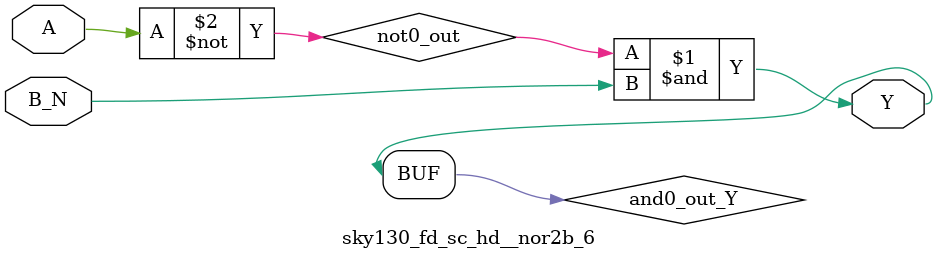
<source format=v>
module sky130_fd_sc_hd__nor2b_6 (
    Y  ,
    A  ,
    B_N
);
    output Y  ;
    input  A  ;
    input  B_N;
    wire not0_out  ;
    wire and0_out_Y;
    not not0 (not0_out  , A              );
    and and0 (and0_out_Y, not0_out, B_N  );
    buf buf0 (Y         , and0_out_Y     );
endmodule
</source>
